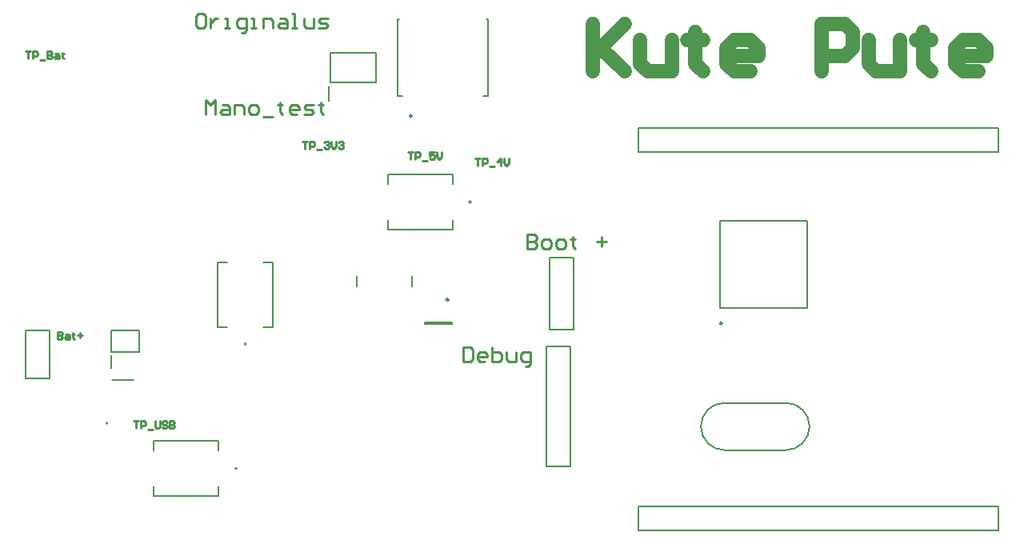
<source format=gto>
G04*
G04 #@! TF.GenerationSoftware,Altium Limited,Altium Designer,22.0.2 (36)*
G04*
G04 Layer_Color=65535*
%FSLAX25Y25*%
%MOIN*%
G70*
G04*
G04 #@! TF.SameCoordinates,42502384-103D-4A38-82C6-637D6536F92D*
G04*
G04*
G04 #@! TF.FilePolarity,Positive*
G04*
G01*
G75*
%ADD10C,0.00787*%
%ADD11C,0.00984*%
%ADD12C,0.00500*%
%ADD13C,0.00600*%
%ADD14C,0.01000*%
%ADD15C,0.05906*%
D10*
X36684Y52327D02*
G03*
X36684Y52327I-394J0D01*
G01*
X188063Y144500D02*
G03*
X188063Y144500I-394J0D01*
G01*
X94394Y85331D02*
G03*
X94394Y85331I-394J0D01*
G01*
X90563Y33500D02*
G03*
X90563Y33500I-394J0D01*
G01*
X157646Y220847D02*
X158276D01*
X194496D02*
X195126D01*
Y188839D02*
Y220847D01*
X157646Y188839D02*
Y220847D01*
Y188839D02*
X159555D01*
X193217D02*
X195126D01*
X291693Y100193D02*
X328307D01*
Y136807D01*
X291693D02*
X328307D01*
X291693Y100193D02*
Y136807D01*
X219500Y34500D02*
X229500D01*
X219500D02*
Y84500D01*
X229500Y34500D02*
Y84500D01*
X219500D02*
X229500D01*
X221000Y121500D02*
X231000D01*
Y91500D02*
Y121500D01*
X221000Y91500D02*
X231000D01*
X221000D02*
Y121500D01*
X38032Y75244D02*
Y80756D01*
Y82134D02*
X49843D01*
Y91189D01*
X38032D02*
X49843D01*
X38032Y82134D02*
Y91189D01*
X2500Y91000D02*
X12500D01*
Y71000D02*
Y91000D01*
X2500Y71000D02*
X12500D01*
X2500D02*
Y91000D01*
X168791Y93786D02*
X180209D01*
X168791D02*
Y94214D01*
X180209D01*
Y93786D02*
Y94214D01*
X38571Y70248D02*
X47429D01*
X129354Y194201D02*
Y206799D01*
X148646D01*
Y194201D02*
Y206799D01*
X129354Y194201D02*
X148646D01*
X128744Y186819D02*
Y192823D01*
X257937Y165303D02*
X407937D01*
X265437Y175303D02*
X407937D01*
X257937D02*
X265437D01*
X257937Y165303D02*
Y175303D01*
X407937Y165303D02*
Y175303D01*
X257937Y17823D02*
X407937D01*
X257937Y7823D02*
X400437D01*
X407937D01*
Y17823D01*
X257937Y7823D02*
Y17823D01*
D11*
X163492Y180374D02*
G03*
X163492Y180374I-492J0D01*
G01*
X292776Y93992D02*
G03*
X292776Y93992I-492J0D01*
G01*
X178732Y103785D02*
G03*
X178732Y103785I-492J0D01*
G01*
D12*
X329138Y51000D02*
G03*
X319295Y60843I-9843J0D01*
G01*
Y41157D02*
G03*
X329138Y51000I0J9843D01*
G01*
X293705Y60843D02*
G03*
X283862Y51000I0J-9843D01*
G01*
D02*
G03*
X293705Y41157I9843J0D01*
G01*
X153506Y132876D02*
X180494D01*
X153506Y156124D02*
X180494D01*
X153506Y151902D02*
Y156124D01*
Y132876D02*
Y137098D01*
X180494Y151902D02*
Y156124D01*
Y132876D02*
Y137098D01*
X82376Y92506D02*
Y119494D01*
X105624Y92506D02*
Y119494D01*
X101402D02*
X105624D01*
X82376D02*
X86598D01*
X101402Y92506D02*
X105624D01*
X82376D02*
X86598D01*
X56006Y21876D02*
X82994D01*
X56006Y45124D02*
X82994D01*
X56006Y40902D02*
Y45124D01*
Y21876D02*
Y26098D01*
X82994Y40902D02*
Y45124D01*
Y21876D02*
Y26098D01*
X293705Y60843D02*
X319295D01*
X293705Y41157D02*
X319295D01*
D13*
X163350Y109361D02*
Y113639D01*
X140650Y109361D02*
Y113639D01*
D14*
X2503Y207249D02*
X4502D01*
X3502D01*
Y204250D01*
X5502D02*
Y207249D01*
X7001D01*
X7501Y206750D01*
Y205750D01*
X7001Y205250D01*
X5502D01*
X8501Y203751D02*
X10500D01*
X11500Y207249D02*
Y204250D01*
X12999D01*
X13499Y204750D01*
Y205250D01*
X12999Y205750D01*
X11500D01*
X12999D01*
X13499Y206250D01*
Y206750D01*
X12999Y207249D01*
X11500D01*
X14999Y206250D02*
X15998D01*
X16498Y205750D01*
Y204250D01*
X14999D01*
X14499Y204750D01*
X14999Y205250D01*
X16498D01*
X17998Y206750D02*
Y206250D01*
X17498D01*
X18497D01*
X17998D01*
Y204750D01*
X18497Y204250D01*
X190002Y162749D02*
X192002D01*
X191002D01*
Y159750D01*
X193001D02*
Y162749D01*
X194501D01*
X195001Y162250D01*
Y161250D01*
X194501Y160750D01*
X193001D01*
X196000Y159251D02*
X198000D01*
X200499Y159750D02*
Y162749D01*
X198999Y161250D01*
X200999D01*
X201998Y162749D02*
Y160750D01*
X202998Y159750D01*
X203998Y160750D01*
Y162749D01*
X162002Y165249D02*
X164002D01*
X163002D01*
Y162250D01*
X165001D02*
Y165249D01*
X166501D01*
X167001Y164750D01*
Y163750D01*
X166501Y163250D01*
X165001D01*
X168000Y161751D02*
X170000D01*
X172999Y165249D02*
X170999D01*
Y163750D01*
X171999Y164250D01*
X172499D01*
X172999Y163750D01*
Y162750D01*
X172499Y162250D01*
X171499D01*
X170999Y162750D01*
X173998Y165249D02*
Y163250D01*
X174998Y162250D01*
X175998Y163250D01*
Y165249D01*
X118003Y169749D02*
X120002D01*
X119002D01*
Y166750D01*
X121002D02*
Y169749D01*
X122501D01*
X123001Y169250D01*
Y168250D01*
X122501Y167750D01*
X121002D01*
X124001Y166251D02*
X126000D01*
X127000Y169250D02*
X127500Y169749D01*
X128499D01*
X128999Y169250D01*
Y168750D01*
X128499Y168250D01*
X127999D01*
X128499D01*
X128999Y167750D01*
Y167250D01*
X128499Y166750D01*
X127500D01*
X127000Y167250D01*
X129999Y169749D02*
Y167750D01*
X130999Y166750D01*
X131998Y167750D01*
Y169749D01*
X132998Y169250D02*
X133498Y169749D01*
X134497D01*
X134997Y169250D01*
Y168750D01*
X134497Y168250D01*
X133998D01*
X134497D01*
X134997Y167750D01*
Y167250D01*
X134497Y166750D01*
X133498D01*
X132998Y167250D01*
X47503Y53249D02*
X49502D01*
X48502D01*
Y50250D01*
X50502D02*
Y53249D01*
X52001D01*
X52501Y52750D01*
Y51750D01*
X52001Y51250D01*
X50502D01*
X53501Y49751D02*
X55500D01*
X56500Y53249D02*
Y50750D01*
X57000Y50250D01*
X57999D01*
X58499Y50750D01*
Y53249D01*
X61498Y52750D02*
X60998Y53249D01*
X59999D01*
X59499Y52750D01*
Y52250D01*
X59999Y51750D01*
X60998D01*
X61498Y51250D01*
Y50750D01*
X60998Y50250D01*
X59999D01*
X59499Y50750D01*
X62498Y53249D02*
Y50250D01*
X63997D01*
X64497Y50750D01*
Y51250D01*
X63997Y51750D01*
X62498D01*
X63997D01*
X64497Y52250D01*
Y52750D01*
X63997Y53249D01*
X62498D01*
X76508Y222999D02*
X74509D01*
X73509Y221999D01*
Y218000D01*
X74509Y217001D01*
X76508D01*
X77508Y218000D01*
Y221999D01*
X76508Y222999D01*
X79507Y220999D02*
Y217001D01*
Y219000D01*
X80507Y220000D01*
X81506Y220999D01*
X82506D01*
X85505Y217001D02*
X87504D01*
X86505D01*
Y220999D01*
X85505D01*
X92503Y215001D02*
X93502D01*
X94502Y216001D01*
Y220999D01*
X91503D01*
X90503Y220000D01*
Y218000D01*
X91503Y217001D01*
X94502D01*
X96501D02*
X98501D01*
X97501D01*
Y220999D01*
X96501D01*
X101500Y217001D02*
Y220999D01*
X104499D01*
X105499Y220000D01*
Y217001D01*
X108498Y220999D02*
X110497D01*
X111497Y220000D01*
Y217001D01*
X108498D01*
X107498Y218000D01*
X108498Y219000D01*
X111497D01*
X113496Y217001D02*
X115495D01*
X114496D01*
Y222999D01*
X113496D01*
X118494Y220999D02*
Y218000D01*
X119494Y217001D01*
X122493D01*
Y220999D01*
X124492Y217001D02*
X127491D01*
X128491Y218000D01*
X127491Y219000D01*
X125492D01*
X124492Y220000D01*
X125492Y220999D01*
X128491D01*
X77508Y181001D02*
Y186999D01*
X79507Y185000D01*
X81507Y186999D01*
Y181001D01*
X84506Y185000D02*
X86505D01*
X87505Y184000D01*
Y181001D01*
X84506D01*
X83506Y182001D01*
X84506Y183000D01*
X87505D01*
X89504Y181001D02*
Y185000D01*
X92503D01*
X93503Y184000D01*
Y181001D01*
X96502D02*
X98501D01*
X99501Y182001D01*
Y184000D01*
X98501Y185000D01*
X96502D01*
X95502Y184000D01*
Y182001D01*
X96502Y181001D01*
X101500Y180001D02*
X105499D01*
X108498Y185999D02*
Y185000D01*
X107498D01*
X109498D01*
X108498D01*
Y182001D01*
X109498Y181001D01*
X115496D02*
X113496D01*
X112497Y182001D01*
Y184000D01*
X113496Y185000D01*
X115496D01*
X116495Y184000D01*
Y183000D01*
X112497D01*
X118495Y181001D02*
X121494D01*
X122493Y182001D01*
X121494Y183000D01*
X119494D01*
X118495Y184000D01*
X119494Y185000D01*
X122493D01*
X125492Y185999D02*
Y185000D01*
X124493D01*
X126492D01*
X125492D01*
Y182001D01*
X126492Y181001D01*
X185004Y83999D02*
Y78001D01*
X188004D01*
X189003Y79000D01*
Y82999D01*
X188004Y83999D01*
X185004D01*
X194002Y78001D02*
X192002D01*
X191003Y79000D01*
Y81000D01*
X192002Y81999D01*
X194002D01*
X195001Y81000D01*
Y80000D01*
X191003D01*
X197001Y83999D02*
Y78001D01*
X200000D01*
X200999Y79000D01*
Y80000D01*
Y81000D01*
X200000Y81999D01*
X197001D01*
X202999D02*
Y79000D01*
X203998Y78001D01*
X206997D01*
Y81999D01*
X210996Y76001D02*
X211996D01*
X212996Y77001D01*
Y81999D01*
X209997D01*
X208997Y81000D01*
Y79000D01*
X209997Y78001D01*
X212996D01*
X211505Y130999D02*
Y125001D01*
X214504D01*
X215504Y126001D01*
Y127000D01*
X214504Y128000D01*
X211505D01*
X214504D01*
X215504Y129000D01*
Y129999D01*
X214504Y130999D01*
X211505D01*
X218503Y125001D02*
X220502D01*
X221502Y126001D01*
Y128000D01*
X220502Y129000D01*
X218503D01*
X217503Y128000D01*
Y126001D01*
X218503Y125001D01*
X224501D02*
X226501D01*
X227500Y126001D01*
Y128000D01*
X226501Y129000D01*
X224501D01*
X223501Y128000D01*
Y126001D01*
X224501Y125001D01*
X230499Y129999D02*
Y129000D01*
X229500D01*
X231499D01*
X230499D01*
Y126001D01*
X231499Y125001D01*
X240496Y128000D02*
X244495D01*
X242495Y129999D02*
Y126001D01*
X15752Y90500D02*
Y87501D01*
X17251D01*
X17751Y88000D01*
Y88500D01*
X17251Y89000D01*
X15752D01*
X17251D01*
X17751Y89500D01*
Y90000D01*
X17251Y90500D01*
X15752D01*
X19251Y89500D02*
X20250D01*
X20750Y89000D01*
Y87501D01*
X19251D01*
X18751Y88000D01*
X19251Y88500D01*
X20750D01*
X22250Y90000D02*
Y89500D01*
X21750D01*
X22749D01*
X22250D01*
Y88000D01*
X22749Y87501D01*
X24249Y89000D02*
X26248D01*
X25249Y90000D02*
Y88000D01*
D15*
X238906Y218584D02*
Y198906D01*
Y205465D01*
X252025Y218584D01*
X242185Y208745D01*
X252025Y198906D01*
X258584Y212025D02*
Y202185D01*
X261864Y198906D01*
X271703D01*
Y212025D01*
X281543Y215304D02*
Y212025D01*
X278263D01*
X284822D01*
X281543D01*
Y202185D01*
X284822Y198906D01*
X304501D02*
X297941D01*
X294662Y202185D01*
Y208745D01*
X297941Y212025D01*
X304501D01*
X307781Y208745D01*
Y205465D01*
X294662D01*
X334019Y198906D02*
Y218584D01*
X343859D01*
X347138Y215304D01*
Y208745D01*
X343859Y205465D01*
X334019D01*
X353698Y212025D02*
Y202185D01*
X356978Y198906D01*
X366817D01*
Y212025D01*
X376656Y215304D02*
Y212025D01*
X373376D01*
X379936D01*
X376656D01*
Y202185D01*
X379936Y198906D01*
X399615D02*
X393055D01*
X389775Y202185D01*
Y208745D01*
X393055Y212025D01*
X399615D01*
X402894Y208745D01*
Y205465D01*
X389775D01*
M02*

</source>
